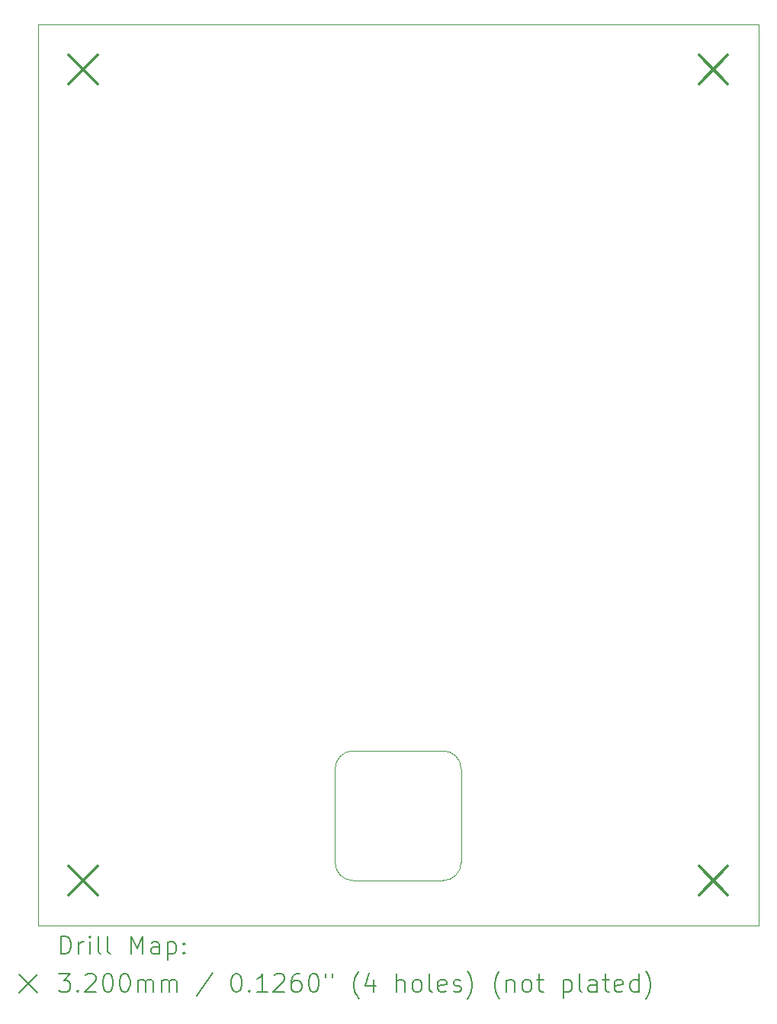
<source format=gbr>
%TF.GenerationSoftware,KiCad,Pcbnew,(6.0.8)*%
%TF.CreationDate,2023-12-15T13:23:07-05:00*%
%TF.ProjectId,main_pcb,6d61696e-5f70-4636-922e-6b696361645f,rev?*%
%TF.SameCoordinates,Original*%
%TF.FileFunction,Drillmap*%
%TF.FilePolarity,Positive*%
%FSLAX45Y45*%
G04 Gerber Fmt 4.5, Leading zero omitted, Abs format (unit mm)*
G04 Created by KiCad (PCBNEW (6.0.8)) date 2023-12-15 13:23:07*
%MOMM*%
%LPD*%
G01*
G04 APERTURE LIST*
%ADD10C,0.100000*%
%ADD11C,0.200000*%
%ADD12C,0.320000*%
G04 APERTURE END LIST*
D10*
X8300000Y-14300000D02*
G75*
G03*
X8500000Y-14500000I200000J0D01*
G01*
X13000000Y-15000000D02*
X5000000Y-15000000D01*
X5000000Y-15000000D02*
X5000000Y-5000000D01*
X5000000Y-5000000D02*
X13000000Y-5000000D01*
X13000000Y-5000000D02*
X13000000Y-15000000D01*
X8500000Y-13061420D02*
G75*
G03*
X8300000Y-13261421I0J-200000D01*
G01*
X8500000Y-14500000D02*
X9500000Y-14500000D01*
X9700000Y-14300000D02*
X9700000Y-13261421D01*
X9500000Y-14500000D02*
G75*
G03*
X9700000Y-14300000I0J200000D01*
G01*
X9500000Y-13061421D02*
X8500000Y-13061421D01*
X8300000Y-13261421D02*
X8300000Y-14300000D01*
X9699999Y-13261421D02*
G75*
G03*
X9500000Y-13061421I-199999J1D01*
G01*
D11*
D12*
X5340000Y-5340000D02*
X5660000Y-5660000D01*
X5660000Y-5340000D02*
X5340000Y-5660000D01*
X5340000Y-14340000D02*
X5660000Y-14660000D01*
X5660000Y-14340000D02*
X5340000Y-14660000D01*
X12340000Y-5340000D02*
X12660000Y-5660000D01*
X12660000Y-5340000D02*
X12340000Y-5660000D01*
X12340000Y-14340000D02*
X12660000Y-14660000D01*
X12660000Y-14340000D02*
X12340000Y-14660000D01*
D11*
X5252619Y-15315476D02*
X5252619Y-15115476D01*
X5300238Y-15115476D01*
X5328810Y-15125000D01*
X5347857Y-15144048D01*
X5357381Y-15163095D01*
X5366905Y-15201190D01*
X5366905Y-15229762D01*
X5357381Y-15267857D01*
X5347857Y-15286905D01*
X5328810Y-15305952D01*
X5300238Y-15315476D01*
X5252619Y-15315476D01*
X5452619Y-15315476D02*
X5452619Y-15182143D01*
X5452619Y-15220238D02*
X5462143Y-15201190D01*
X5471667Y-15191667D01*
X5490714Y-15182143D01*
X5509762Y-15182143D01*
X5576429Y-15315476D02*
X5576429Y-15182143D01*
X5576429Y-15115476D02*
X5566905Y-15125000D01*
X5576429Y-15134524D01*
X5585952Y-15125000D01*
X5576429Y-15115476D01*
X5576429Y-15134524D01*
X5700238Y-15315476D02*
X5681190Y-15305952D01*
X5671667Y-15286905D01*
X5671667Y-15115476D01*
X5805000Y-15315476D02*
X5785952Y-15305952D01*
X5776428Y-15286905D01*
X5776428Y-15115476D01*
X6033571Y-15315476D02*
X6033571Y-15115476D01*
X6100238Y-15258333D01*
X6166905Y-15115476D01*
X6166905Y-15315476D01*
X6347857Y-15315476D02*
X6347857Y-15210714D01*
X6338333Y-15191667D01*
X6319286Y-15182143D01*
X6281190Y-15182143D01*
X6262143Y-15191667D01*
X6347857Y-15305952D02*
X6328809Y-15315476D01*
X6281190Y-15315476D01*
X6262143Y-15305952D01*
X6252619Y-15286905D01*
X6252619Y-15267857D01*
X6262143Y-15248809D01*
X6281190Y-15239286D01*
X6328809Y-15239286D01*
X6347857Y-15229762D01*
X6443095Y-15182143D02*
X6443095Y-15382143D01*
X6443095Y-15191667D02*
X6462143Y-15182143D01*
X6500238Y-15182143D01*
X6519286Y-15191667D01*
X6528809Y-15201190D01*
X6538333Y-15220238D01*
X6538333Y-15277381D01*
X6528809Y-15296428D01*
X6519286Y-15305952D01*
X6500238Y-15315476D01*
X6462143Y-15315476D01*
X6443095Y-15305952D01*
X6624048Y-15296428D02*
X6633571Y-15305952D01*
X6624048Y-15315476D01*
X6614524Y-15305952D01*
X6624048Y-15296428D01*
X6624048Y-15315476D01*
X6624048Y-15191667D02*
X6633571Y-15201190D01*
X6624048Y-15210714D01*
X6614524Y-15201190D01*
X6624048Y-15191667D01*
X6624048Y-15210714D01*
X4795000Y-15545000D02*
X4995000Y-15745000D01*
X4995000Y-15545000D02*
X4795000Y-15745000D01*
X5233571Y-15535476D02*
X5357381Y-15535476D01*
X5290714Y-15611667D01*
X5319286Y-15611667D01*
X5338333Y-15621190D01*
X5347857Y-15630714D01*
X5357381Y-15649762D01*
X5357381Y-15697381D01*
X5347857Y-15716428D01*
X5338333Y-15725952D01*
X5319286Y-15735476D01*
X5262143Y-15735476D01*
X5243095Y-15725952D01*
X5233571Y-15716428D01*
X5443095Y-15716428D02*
X5452619Y-15725952D01*
X5443095Y-15735476D01*
X5433571Y-15725952D01*
X5443095Y-15716428D01*
X5443095Y-15735476D01*
X5528810Y-15554524D02*
X5538333Y-15545000D01*
X5557381Y-15535476D01*
X5605000Y-15535476D01*
X5624048Y-15545000D01*
X5633571Y-15554524D01*
X5643095Y-15573571D01*
X5643095Y-15592619D01*
X5633571Y-15621190D01*
X5519286Y-15735476D01*
X5643095Y-15735476D01*
X5766905Y-15535476D02*
X5785952Y-15535476D01*
X5805000Y-15545000D01*
X5814524Y-15554524D01*
X5824048Y-15573571D01*
X5833571Y-15611667D01*
X5833571Y-15659286D01*
X5824048Y-15697381D01*
X5814524Y-15716428D01*
X5805000Y-15725952D01*
X5785952Y-15735476D01*
X5766905Y-15735476D01*
X5747857Y-15725952D01*
X5738333Y-15716428D01*
X5728809Y-15697381D01*
X5719286Y-15659286D01*
X5719286Y-15611667D01*
X5728809Y-15573571D01*
X5738333Y-15554524D01*
X5747857Y-15545000D01*
X5766905Y-15535476D01*
X5957381Y-15535476D02*
X5976428Y-15535476D01*
X5995476Y-15545000D01*
X6005000Y-15554524D01*
X6014524Y-15573571D01*
X6024048Y-15611667D01*
X6024048Y-15659286D01*
X6014524Y-15697381D01*
X6005000Y-15716428D01*
X5995476Y-15725952D01*
X5976428Y-15735476D01*
X5957381Y-15735476D01*
X5938333Y-15725952D01*
X5928809Y-15716428D01*
X5919286Y-15697381D01*
X5909762Y-15659286D01*
X5909762Y-15611667D01*
X5919286Y-15573571D01*
X5928809Y-15554524D01*
X5938333Y-15545000D01*
X5957381Y-15535476D01*
X6109762Y-15735476D02*
X6109762Y-15602143D01*
X6109762Y-15621190D02*
X6119286Y-15611667D01*
X6138333Y-15602143D01*
X6166905Y-15602143D01*
X6185952Y-15611667D01*
X6195476Y-15630714D01*
X6195476Y-15735476D01*
X6195476Y-15630714D02*
X6205000Y-15611667D01*
X6224048Y-15602143D01*
X6252619Y-15602143D01*
X6271667Y-15611667D01*
X6281190Y-15630714D01*
X6281190Y-15735476D01*
X6376428Y-15735476D02*
X6376428Y-15602143D01*
X6376428Y-15621190D02*
X6385952Y-15611667D01*
X6405000Y-15602143D01*
X6433571Y-15602143D01*
X6452619Y-15611667D01*
X6462143Y-15630714D01*
X6462143Y-15735476D01*
X6462143Y-15630714D02*
X6471667Y-15611667D01*
X6490714Y-15602143D01*
X6519286Y-15602143D01*
X6538333Y-15611667D01*
X6547857Y-15630714D01*
X6547857Y-15735476D01*
X6938333Y-15525952D02*
X6766905Y-15783095D01*
X7195476Y-15535476D02*
X7214524Y-15535476D01*
X7233571Y-15545000D01*
X7243095Y-15554524D01*
X7252619Y-15573571D01*
X7262143Y-15611667D01*
X7262143Y-15659286D01*
X7252619Y-15697381D01*
X7243095Y-15716428D01*
X7233571Y-15725952D01*
X7214524Y-15735476D01*
X7195476Y-15735476D01*
X7176428Y-15725952D01*
X7166905Y-15716428D01*
X7157381Y-15697381D01*
X7147857Y-15659286D01*
X7147857Y-15611667D01*
X7157381Y-15573571D01*
X7166905Y-15554524D01*
X7176428Y-15545000D01*
X7195476Y-15535476D01*
X7347857Y-15716428D02*
X7357381Y-15725952D01*
X7347857Y-15735476D01*
X7338333Y-15725952D01*
X7347857Y-15716428D01*
X7347857Y-15735476D01*
X7547857Y-15735476D02*
X7433571Y-15735476D01*
X7490714Y-15735476D02*
X7490714Y-15535476D01*
X7471667Y-15564048D01*
X7452619Y-15583095D01*
X7433571Y-15592619D01*
X7624048Y-15554524D02*
X7633571Y-15545000D01*
X7652619Y-15535476D01*
X7700238Y-15535476D01*
X7719286Y-15545000D01*
X7728809Y-15554524D01*
X7738333Y-15573571D01*
X7738333Y-15592619D01*
X7728809Y-15621190D01*
X7614524Y-15735476D01*
X7738333Y-15735476D01*
X7909762Y-15535476D02*
X7871667Y-15535476D01*
X7852619Y-15545000D01*
X7843095Y-15554524D01*
X7824048Y-15583095D01*
X7814524Y-15621190D01*
X7814524Y-15697381D01*
X7824048Y-15716428D01*
X7833571Y-15725952D01*
X7852619Y-15735476D01*
X7890714Y-15735476D01*
X7909762Y-15725952D01*
X7919286Y-15716428D01*
X7928809Y-15697381D01*
X7928809Y-15649762D01*
X7919286Y-15630714D01*
X7909762Y-15621190D01*
X7890714Y-15611667D01*
X7852619Y-15611667D01*
X7833571Y-15621190D01*
X7824048Y-15630714D01*
X7814524Y-15649762D01*
X8052619Y-15535476D02*
X8071667Y-15535476D01*
X8090714Y-15545000D01*
X8100238Y-15554524D01*
X8109762Y-15573571D01*
X8119286Y-15611667D01*
X8119286Y-15659286D01*
X8109762Y-15697381D01*
X8100238Y-15716428D01*
X8090714Y-15725952D01*
X8071667Y-15735476D01*
X8052619Y-15735476D01*
X8033571Y-15725952D01*
X8024048Y-15716428D01*
X8014524Y-15697381D01*
X8005000Y-15659286D01*
X8005000Y-15611667D01*
X8014524Y-15573571D01*
X8024048Y-15554524D01*
X8033571Y-15545000D01*
X8052619Y-15535476D01*
X8195476Y-15535476D02*
X8195476Y-15573571D01*
X8271667Y-15535476D02*
X8271667Y-15573571D01*
X8566905Y-15811667D02*
X8557381Y-15802143D01*
X8538333Y-15773571D01*
X8528810Y-15754524D01*
X8519286Y-15725952D01*
X8509762Y-15678333D01*
X8509762Y-15640238D01*
X8519286Y-15592619D01*
X8528810Y-15564048D01*
X8538333Y-15545000D01*
X8557381Y-15516428D01*
X8566905Y-15506905D01*
X8728810Y-15602143D02*
X8728810Y-15735476D01*
X8681190Y-15525952D02*
X8633571Y-15668809D01*
X8757381Y-15668809D01*
X8985952Y-15735476D02*
X8985952Y-15535476D01*
X9071667Y-15735476D02*
X9071667Y-15630714D01*
X9062143Y-15611667D01*
X9043095Y-15602143D01*
X9014524Y-15602143D01*
X8995476Y-15611667D01*
X8985952Y-15621190D01*
X9195476Y-15735476D02*
X9176429Y-15725952D01*
X9166905Y-15716428D01*
X9157381Y-15697381D01*
X9157381Y-15640238D01*
X9166905Y-15621190D01*
X9176429Y-15611667D01*
X9195476Y-15602143D01*
X9224048Y-15602143D01*
X9243095Y-15611667D01*
X9252619Y-15621190D01*
X9262143Y-15640238D01*
X9262143Y-15697381D01*
X9252619Y-15716428D01*
X9243095Y-15725952D01*
X9224048Y-15735476D01*
X9195476Y-15735476D01*
X9376429Y-15735476D02*
X9357381Y-15725952D01*
X9347857Y-15706905D01*
X9347857Y-15535476D01*
X9528810Y-15725952D02*
X9509762Y-15735476D01*
X9471667Y-15735476D01*
X9452619Y-15725952D01*
X9443095Y-15706905D01*
X9443095Y-15630714D01*
X9452619Y-15611667D01*
X9471667Y-15602143D01*
X9509762Y-15602143D01*
X9528810Y-15611667D01*
X9538333Y-15630714D01*
X9538333Y-15649762D01*
X9443095Y-15668809D01*
X9614524Y-15725952D02*
X9633571Y-15735476D01*
X9671667Y-15735476D01*
X9690714Y-15725952D01*
X9700238Y-15706905D01*
X9700238Y-15697381D01*
X9690714Y-15678333D01*
X9671667Y-15668809D01*
X9643095Y-15668809D01*
X9624048Y-15659286D01*
X9614524Y-15640238D01*
X9614524Y-15630714D01*
X9624048Y-15611667D01*
X9643095Y-15602143D01*
X9671667Y-15602143D01*
X9690714Y-15611667D01*
X9766905Y-15811667D02*
X9776429Y-15802143D01*
X9795476Y-15773571D01*
X9805000Y-15754524D01*
X9814524Y-15725952D01*
X9824048Y-15678333D01*
X9824048Y-15640238D01*
X9814524Y-15592619D01*
X9805000Y-15564048D01*
X9795476Y-15545000D01*
X9776429Y-15516428D01*
X9766905Y-15506905D01*
X10128810Y-15811667D02*
X10119286Y-15802143D01*
X10100238Y-15773571D01*
X10090714Y-15754524D01*
X10081190Y-15725952D01*
X10071667Y-15678333D01*
X10071667Y-15640238D01*
X10081190Y-15592619D01*
X10090714Y-15564048D01*
X10100238Y-15545000D01*
X10119286Y-15516428D01*
X10128810Y-15506905D01*
X10205000Y-15602143D02*
X10205000Y-15735476D01*
X10205000Y-15621190D02*
X10214524Y-15611667D01*
X10233571Y-15602143D01*
X10262143Y-15602143D01*
X10281190Y-15611667D01*
X10290714Y-15630714D01*
X10290714Y-15735476D01*
X10414524Y-15735476D02*
X10395476Y-15725952D01*
X10385952Y-15716428D01*
X10376429Y-15697381D01*
X10376429Y-15640238D01*
X10385952Y-15621190D01*
X10395476Y-15611667D01*
X10414524Y-15602143D01*
X10443095Y-15602143D01*
X10462143Y-15611667D01*
X10471667Y-15621190D01*
X10481190Y-15640238D01*
X10481190Y-15697381D01*
X10471667Y-15716428D01*
X10462143Y-15725952D01*
X10443095Y-15735476D01*
X10414524Y-15735476D01*
X10538333Y-15602143D02*
X10614524Y-15602143D01*
X10566905Y-15535476D02*
X10566905Y-15706905D01*
X10576429Y-15725952D01*
X10595476Y-15735476D01*
X10614524Y-15735476D01*
X10833571Y-15602143D02*
X10833571Y-15802143D01*
X10833571Y-15611667D02*
X10852619Y-15602143D01*
X10890714Y-15602143D01*
X10909762Y-15611667D01*
X10919286Y-15621190D01*
X10928810Y-15640238D01*
X10928810Y-15697381D01*
X10919286Y-15716428D01*
X10909762Y-15725952D01*
X10890714Y-15735476D01*
X10852619Y-15735476D01*
X10833571Y-15725952D01*
X11043095Y-15735476D02*
X11024048Y-15725952D01*
X11014524Y-15706905D01*
X11014524Y-15535476D01*
X11205000Y-15735476D02*
X11205000Y-15630714D01*
X11195476Y-15611667D01*
X11176429Y-15602143D01*
X11138333Y-15602143D01*
X11119286Y-15611667D01*
X11205000Y-15725952D02*
X11185952Y-15735476D01*
X11138333Y-15735476D01*
X11119286Y-15725952D01*
X11109762Y-15706905D01*
X11109762Y-15687857D01*
X11119286Y-15668809D01*
X11138333Y-15659286D01*
X11185952Y-15659286D01*
X11205000Y-15649762D01*
X11271667Y-15602143D02*
X11347857Y-15602143D01*
X11300238Y-15535476D02*
X11300238Y-15706905D01*
X11309762Y-15725952D01*
X11328809Y-15735476D01*
X11347857Y-15735476D01*
X11490714Y-15725952D02*
X11471667Y-15735476D01*
X11433571Y-15735476D01*
X11414524Y-15725952D01*
X11405000Y-15706905D01*
X11405000Y-15630714D01*
X11414524Y-15611667D01*
X11433571Y-15602143D01*
X11471667Y-15602143D01*
X11490714Y-15611667D01*
X11500238Y-15630714D01*
X11500238Y-15649762D01*
X11405000Y-15668809D01*
X11671667Y-15735476D02*
X11671667Y-15535476D01*
X11671667Y-15725952D02*
X11652619Y-15735476D01*
X11614524Y-15735476D01*
X11595476Y-15725952D01*
X11585952Y-15716428D01*
X11576428Y-15697381D01*
X11576428Y-15640238D01*
X11585952Y-15621190D01*
X11595476Y-15611667D01*
X11614524Y-15602143D01*
X11652619Y-15602143D01*
X11671667Y-15611667D01*
X11747857Y-15811667D02*
X11757381Y-15802143D01*
X11776428Y-15773571D01*
X11785952Y-15754524D01*
X11795476Y-15725952D01*
X11805000Y-15678333D01*
X11805000Y-15640238D01*
X11795476Y-15592619D01*
X11785952Y-15564048D01*
X11776428Y-15545000D01*
X11757381Y-15516428D01*
X11747857Y-15506905D01*
M02*

</source>
